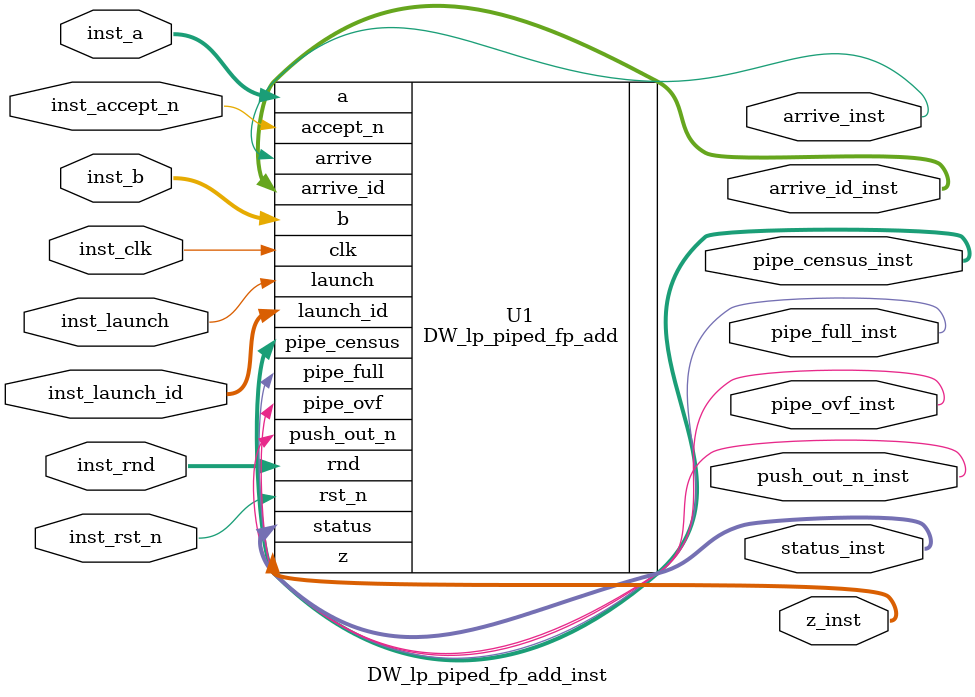
<source format=v>
module DW_lp_piped_fp_add_inst( inst_clk, inst_rst_n, inst_a, inst_b, inst_rnd, 
		                z_inst, status_inst, inst_launch, inst_launch_id, 
				pipe_full_inst, pipe_ovf_inst, inst_accept_n, 
				arrive_inst, arrive_id_inst, push_out_n_inst, 
		                pipe_census_inst );

parameter sig_width = 23;
parameter exp_width = 8;
parameter ieee_compliance = 0;
parameter op_iso_mode = 0;
parameter id_width = 8;
parameter in_reg = 0;
parameter stages = 4;
parameter out_reg = 0;
parameter no_pm = 1;
parameter rst_mode = 0;


input inst_clk;
input inst_rst_n;
input [sig_width+exp_width : 0] inst_a;
input [sig_width+exp_width : 0] inst_b;
input [2 : 0] inst_rnd;
output [sig_width+exp_width : 0] z_inst;
output [7 : 0] status_inst;
input inst_launch;
input [id_width-1 : 0] inst_launch_id;
output pipe_full_inst;
output pipe_ovf_inst;
input inst_accept_n;
output arrive_inst;
output [id_width-1 : 0] arrive_id_inst;
output push_out_n_inst;
output [1 : 0] pipe_census_inst;

    // Instance of DW_lp_piped_fp_add
    DW_lp_piped_fp_add #(sig_width,
                         exp_width,
                         ieee_compliance,
                         op_iso_mode,
                         id_width,
                         in_reg,
                         stages,
                         out_reg,
                         no_pm,
                         rst_mode)
	  U1 ( .clk(inst_clk),
               .rst_n(inst_rst_n),
               .a(inst_a),
               .b(inst_b),
               .rnd(inst_rnd),
               .z(z_inst),
               .status(status_inst),
               .launch(inst_launch),
               .launch_id(inst_launch_id),
               .pipe_full(pipe_full_inst),
               .pipe_ovf(pipe_ovf_inst),
               .accept_n(inst_accept_n),
               .arrive(arrive_inst),
               .arrive_id(arrive_id_inst),
               .push_out_n(push_out_n_inst),
               .pipe_census(pipe_census_inst) );

endmodule

</source>
